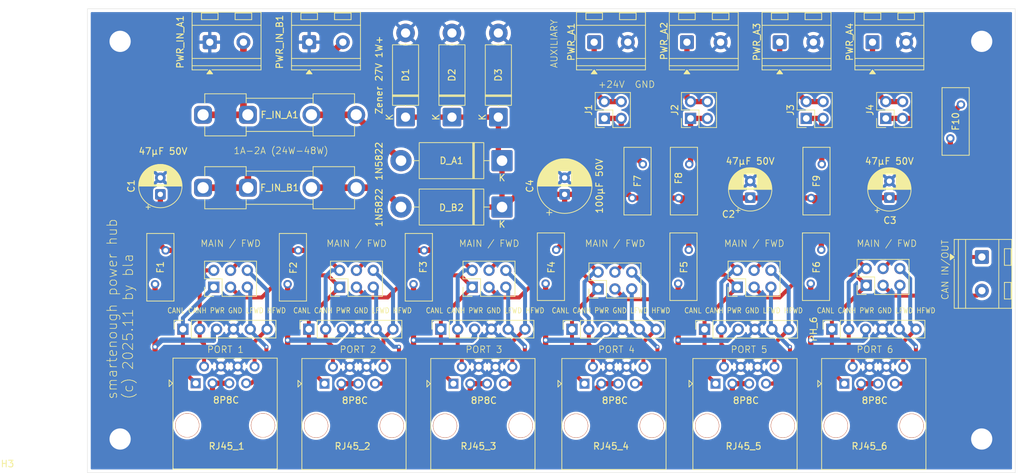
<source format=kicad_pcb>
(kicad_pcb (version 20241229) (generator "pcbnew") (generator_version "9.0")
  (layers (0 "F.Cu" signal) (2 "B.Cu" signal) (13 "F.Paste" user) (15 "B.Paste" user) (5 "F.SilkS" user "F.Silkscreen") (7 "B.SilkS" user "B.Silkscreen") (1 "F.Mask" user) (3 "B.Mask" user) (25 "Edge.Cuts" user))
  (net 0 "")
  (net 1 "/CANRF_1")
  (net 2 "/CANLF_1")
  (net 3 "/CANRF_2")
  (net 4 "/CANLF_2")
  (net 5 "/CANRF_3")
  (net 6 "/CANLF_3")
  (net 7 "/CANLF_4")
  (net 8 "/CANRF_4")
  (net 9 "/CANLF_5")
  (net 10 "/CANRF_5")
  (net 11 "/CANLF_6")
  (net 12 "/CANRF_6")
  (net 13 "+24V")
  (net 14 "GND")
  (net 15 "/IN_A_F")
  (net 16 "/IN_B_F")
  (net 17 "/IN_A")
  (net 18 "/IN_B")
  (net 19 "/PWR_F1")
  (net 20 "/PWR_F2")
  (net 21 "/PWR_F3")
  (net 22 "/CANL_2")
  (net 23 "/CANL_1")
  (net 24 "/CANH_2")
  (net 25 "/CANH_1")
  (net 26 "/CANH_3")
  (net 27 "/CANL_3")
  (net 28 "/CANL_4")
  (net 29 "/CANH_4")
  (net 30 "/CANL_5")
  (net 31 "/CANH_5")
  (net 32 "/CANL_6")
  (net 33 "/CANH_6")
  (net 34 "/PWR_F4")
  (net 35 "/PWR_F5")
  (net 36 "/PWR_F6")
  (net 37 "/OUT_1")
  (net 38 "/OUT_2")
  (net 39 "/OUT3")
  (net 40 "/OUT_4")
  (net 41 "/OUT2_1")
  (net 42 "/OUT2_2")
  (net 43 "/OUT2_3")
  (net 44 "/OUT2_4")
  (net 45 "/CANH_CONT")
  (net 46 "/CANL_CONT")
  (footprint "Connector_PinSocket_2.54mm:PinSocket_1x06_P2.54mm_Vertical" (layer "F.Cu") (at 27.405 64.34 90)
    (property "Reference" "PH_1" (hide yes))
    (property "Value" "Conn_01x06" (hide yes))
  )
  (footprint "Capacitor_THT:CP_Radial_D6.3mm_P2.50mm" (layer "F.Cu") (at 113 44.5 90)
    (property "Reference" "C2")
    (property "Value" "47µF 50V")
  )
  (footprint "TerminalBlock_RND:TerminalBlock_RND_205-00232_1x02_P5.08mm_Horizontal" (layer "F.Cu") (at 89.455 21.0425)
    (property "Reference" "PWR_A1")
    (property "Value" "Screw_Terminal_01x02" (hide yes))
  )
  (footprint "Connector_PinHeader_2.54mm:PinHeader_2x03_P2.54mm_Vertical" (layer "F.Cu") (at 71.05 58.005 90)
    (property "Reference" "CANDIR3" (hide yes))
    (property "Value" "Conn_02x03_Odd_Even" (hide yes))
  )
  (footprint "Fuse:Fuse_BelFuse_0ZRE0016FF_L9.9mm_W3.8mm" (layer "F.Cu") (at 122.2 44.55 90)
    (property "Reference" "F9")
    (property "Value" "Fuse" (hide yes))
  )
  (footprint "MountingHole:MountingHole_3.2mm_M3_Pad" (layer "F.Cu") (at 147.93 80.915)
    (property "Reference" "H4" (hide yes))
    (property "Value" "MountingHole_Pad" (hide yes))
  )
  (footprint "Connector_PinHeader_2.54mm:PinHeader_2x03_P2.54mm_Vertical" (layer "F.Cu") (at 130.51 57.73 90)
    (property "Reference" "CANDIR6" (hide yes))
    (property "Value" "Conn_02x03_Odd_Even" (hide yes))
  )
  (footprint "TerminalBlock_RND:TerminalBlock_RND_205-00232_1x02_P5.08mm_Horizontal" (layer "F.Cu") (at 117.455 21.0425)
    (property "Reference" "PWR_A3")
    (property "Value" "Screw_Terminal_01x02" (hide yes))
  )
  (footprint "Diode_THT:D_5W_P12.70mm_Horizontal" (layer "F.Cu") (at 68 32.35 90)
    (property "Reference" "D2")
    (property "Value" "Zener 27V 1W+" (hide yes))
  )
  (footprint "TerminalBlock_RND:TerminalBlock_RND_205-00232_1x02_P5.08mm_Horizontal" (layer "F.Cu") (at 103.455 21.0425)
    (property "Reference" "PWR_A2")
    (property "Value" "Screw_Terminal_01x02" (hide yes))
  )
  (footprint "Connector_PinHeader_2.54mm:PinHeader_2x02_P2.54mm_Vertical" (layer "F.Cu") (at 133.46 32.54 90)
    (property "Reference" "J4")
    (property "Value" "Conn_02x02_Odd_Even" (hide yes))
  )
  (footprint "Connector_PinSocket_2.54mm:PinSocket_1x06_P2.54mm_Vertical" (layer "F.Cu") (at 86.11 64.365 90)
    (property "Reference" "PH_4" (hide yes))
    (property "Value" "Conn_01x06" (hide yes))
  )
  (footprint "Connector_PinSocket_2.54mm:PinSocket_1x06_P2.54mm_Vertical" (layer "F.Cu") (at 46.405 64.34 90)
    (property "Reference" "PH_2" (hide yes))
    (property "Value" "Conn_01x06" (hide yes))
  )
  (footprint "Capacitor_THT:CP_Radial_D8.0mm_P2.50mm" (layer "F.Cu") (at 85 44 90)
    (property "Reference" "C4")
    (property "Value" "100µF 50V")
  )
  (footprint "Diode_THT:D_DO-201AD_P15.24mm_Horizontal" (layer "F.Cu") (at 75.55 38.915 180)
    (property "Reference" "D_A1")
    (property "Value" "1N5822")
  )
  (footprint "Fuse:Fuseholder_Clip-5x20mm_Keystone_3517_Inline_P23.11x6.76mm_D1.70mm_Horizontal" (layer "F.Cu") (at 30.445 43)
    (property "Reference" "F_IN_B1")
    (property "Value" "Fuse" (hide yes))
  )
  (footprint "Fuse:Fuse_BelFuse_0ZRE0016FF_L9.9mm_W3.8mm" (layer "F.Cu") (at 44.8 52.45 -90)
    (property "Reference" "F2")
    (property "Value" "Fuse" (hide yes))
  )
  (footprint "Fuse:Fuse_BelFuse_0ZRE0016FF_L9.9mm_W3.8mm" (layer "F.Cu") (at 143.2 35.55 90)
    (property "Reference" "F10")
    (property "Value" "Fuse" (hide yes))
  )
  (footprint "Connector_PinSocket_2.54mm:PinSocket_1x06_P2.54mm_Vertical" (layer "F.Cu") (at 66.325 64.34 90)
    (property "Reference" "PH_3" (hide yes))
    (property "Value" "Conn_01x06" (hide yes))
  )
  (footprint "MountingHole:MountingHole_3.2mm_M3_Pad" (layer "F.Cu") (at 147.93 20.915)
    (property "Reference" "H2" (hide yes))
    (property "Value" "MountingHole_Pad" (hide yes))
  )
  (footprint "Connector_PinHeader_2.54mm:PinHeader_2x03_P2.54mm_Vertical" (layer "F.Cu") (at 90.05 58.27 90)
    (property "Reference" "CANDIR4" (hide yes))
    (property "Value" "Conn_02x03_Odd_Even" (hide yes))
  )
  (footprint "Diode_THT:D_DO-201AD_P15.24mm_Horizontal" (layer "F.Cu") (at 75.55 45.915 180)
    (property "Reference" "D_B2")
    (property "Value" "1N5822")
  )
  (footprint "Connector_PinHeader_2.54mm:PinHeader_2x02_P2.54mm_Vertical" (layer "F.Cu") (at 91 32.54 90)
    (property "Reference" "J1")
    (property "Value" "Conn_02x02_Odd_Even" (hide yes))
  )
  (footprint "Connector_RJ:RJ45_OST_PJ012-8P8CX_Vertical" (layer "F.Cu") (at 48.77 72.565)
    (property "Reference" "RJ45_2")
    (property "Value" "8P8C")
  )
  (footprint "Connector_PinHeader_2.54mm:PinHeader_2x02_P2.54mm_Vertical" (layer "F.Cu") (at 121.46 32.54 90)
    (property "Reference" "J3")
    (property "Value" "Conn_02x02_Odd_Even" (hide yes))
  )
  (footprint "Fuse:Fuse_BelFuse_0ZRE0016FF_L9.9mm_W3.8mm" (layer "F.Cu") (at 24.8 52.45 -90)
    (property "Reference" "F1")
    (property "Value" "Fuse" (hide yes))
  )
  (footprint "TerminalBlock_RND:TerminalBlock_RND_205-00232_1x02_P5.08mm_Horizontal" (layer "F.Cu") (at 46.455 21.0425)
    (property "Reference" "PWR_IN_B1")
    (property "Value" "Screw_Terminal_01x02" (hide yes))
  )
  (footprint "TerminalBlock_RND:TerminalBlock_RND_205-00232_1x02_P5.08mm_Horizontal" (layer "F.Cu") (at 31.455 21.0425)
    (property "Reference" "PWR_IN_A1")
    (property "Value" "Screw_Terminal_01x02" (hide yes))
  )
  (footprint "TerminalBlock_RND:TerminalBlock_RND_205-00232_1x02_P5.08mm_Horizontal" (layer "F.Cu") (at 147.9575 53.455 -90)
    (property "Reference" "CAN_CONT1" (hide yes))
    (property "Value" "Screw_Terminal_01x02" (hide yes))
  )
  (footprint "Capacitor_THT:CP_Radial_D6.3mm_P2.50mm" (layer "F.Cu") (at 134 44.5 90)
    (property "Reference" "C3")
    (property "Value" "47µF 50V")
  )
  (footprint "Connector_PinHeader_2.54mm:PinHeader_2x02_P2.54mm_Vertical" (layer "F.Cu") (at 104 32.54 90)
    (property "Reference" "J2")
    (property "Value" "Conn_02x02_Odd_Even" (hide yes))
  )
  (footprint "Connector_PinSocket_2.54mm:PinSocket_1x06_P2.54mm_Vertical" (layer "F.Cu") (at 106.11 64.365 90)
    (property "Reference" "PH_5" (hide yes))
    (property "Value" "Conn_01x06" (hide yes))
  )
  (footprint "Connector_RJ:RJ45_OST_PJ012-8P8CX_Vertical" (layer "F.Cu") (at 107.77 72.565)
    (property "Reference" "RJ45_5")
    (property "Value" "8P8C")
  )
  (footprint "Fuse:Fuse_BelFuse_0ZRE0016FF_L9.9mm_W3.8mm" (layer "F.Cu") (at 103.73 52.365 -90)
    (property "Reference" "F5")
    (property "Value" "Fuse" (hide yes))
  )
  (footprint "Connector_RJ:RJ45_OST_PJ012-8P8CX_Vertical" (layer "F.Cu") (at 29.3275 72.505)
    (property "Reference" "RJ45_1")
    (property "Value" "8P8C")
  )
  (footprint "TerminalBlock_RND:TerminalBlock_RND_205-00232_1x02_P5.08mm_Horizontal" (layer "F.Cu") (at 131.455 21.0425)
    (property "Reference" "PWR_A4")
    (property "Value" "Screw_Terminal_01x02" (hide yes))
  )
  (footprint "Connector_RJ:RJ45_OST_PJ012-8P8CX_Vertical" (layer "F.Cu") (at 87.995 72.565)
    (property "Reference" "RJ45_4")
    (property "Value" "8P8C")
  )
  (footprint "Capacitor_THT:CP_Radial_D6.3mm_P2.50mm" (layer "F.Cu") (at 24 44 90)
    (property "Reference" "C1")
    (property "Value" "47µF 50V")
  )
  (footprint "Connector_PinHeader_2.54mm:PinHeader_2x03_P2.54mm_Vertical" (layer "F.Cu") (at 51.05 58.005 90)
    (property "Reference" "CANDIR2" (hide yes))
    (property "Value" "Conn_02x03_Odd_Even" (hide yes))
  )
  (footprint "Connector_PinHeader_2.54mm:PinHeader_2x03_P2.54mm_Vertical" (layer "F.Cu") (at 111.05 58.005 90)
    (property "Reference" "CANDIR5" (hide yes))
    (property "Value" "Conn_02x03_Odd_Even" (hide yes))
  )
  (footprint "Fuse:Fuse_BelFuse_0ZRE0016FF_L9.9mm_W3.8mm" (layer "F.Cu") (at 123.73 52.365 -90)
    (property "Reference" "F6")
    (property "Value" "Fuse" (hide yes))
  )
  (footprint "Connector_RJ:RJ45_OST_PJ012-8P8CX_Vertical" (layer "F.Cu") (at 68.22 72.565)
    (property "Reference" "RJ45_3")
    (property "Value" "8P8C")
  )
  (footprint "Fuse:Fuse_BelFuse_0ZRE0016FF_L9.9mm_W3.8mm" (layer "F.Cu") (at 63.8 52.45 -90)
    (property "Reference" "F3")
    (property "Value" "Fuse" (hide yes))
  )
  (footprint "Fuse:Fuse_BelFuse_0ZRE0016FF_L9.9mm_W3.8mm" (layer "F.Cu") (at 102.2 44.55 90)
    (property "Reference" "F8")
    (property "Value" "Fuse" (hide yes))
  )
  (footprint "Diode_THT:D_5W_P12.70mm_Horizontal" (layer "F.Cu") (at 75 32.35 90)
    (property "Reference" "D3")
    (property "Value" "ZPY30 (Zener 30V)" (hide yes))
  )
  (footprint "Fuse:Fuseholder_Clip-5x20mm_Keystone_3517_Inline_P23.11x6.76mm_D1.70mm_Horizontal" (layer "F.Cu") (at 30.445 32)
    (property "Reference" "F_IN_A1")
    (property "Value" "Fuse" (hide yes))
  )
  (footprint "MountingHole:MountingHole_3.2mm_M3_Pad" (layer "F.Cu") (at 17.93 80.915)
    (property "Reference" "H3")
    (property "Value" "MountingHole_Pad" (hide yes))
  )
  (footprint "MountingHole:MountingHole_3.2mm_M3_Pad" (layer "F.Cu") (at 17.93 20.915)
    (property "Reference" "H1" (hide yes))
    (property "Value" "MountingHole_Pad" (hide yes))
  )
  (footprint "Connector_PinHeader_2.54mm:PinHeader_2x03_P2.54mm_Vertical" (layer "F.Cu") (at 32.05 58.005 90)
    (property "Reference" "CANDIR1" (hide yes))
    (property "Value" "Conn_02x03_Odd_Even" (hide yes))
  )
  (footprint "Connector_RJ:RJ45_OST_PJ012-8P8CX_Vertical" (layer "F.Cu") (at 127.2 72.565)
    (property "Reference" "RJ45_6")
    (property "Value" "8P8C")
  )
  (footprint "Fuse:Fuse_BelFuse_0ZRE0016FF_L9.9mm_W3.8mm" (layer "F.Cu") (at 95.2 44.55 90)
    (property "Reference" "F7")
    (property "Value" "Fuse" (hide yes))
  )
  (footprint "Connector_PinSocket_2.54mm:PinSocket_1x06_P2.54mm_Vertical" (layer "F.Cu") (at 125.325 64.34 90)
    (property "Reference" "PH_6")
    (property "Value" "Conn_01x06" (hide yes))
  )
  (footprint "Diode_THT:D_5W_P12.70mm_Horizontal" (layer "F.Cu") (at 61 32.35 90)
    (property "Reference" "D1")
    (property "Value" "Zener 27V 1W+")
  )
  (footprint "Fuse:Fuse_BelFuse_0ZRE0016FF_L9.9mm_W3.8mm" (layer "F.Cu") (at 83.73 52.365 -90)
    (property "Reference" "F4")
    (property "Value" "Fuse" (hide yes))
  )
  (gr_rect (start 13 16) (end 153 86) (stroke (width 0.05)) (fill no) (layer "Edge.Cuts"))
  (gr_text "MAIN / FWD" (at 109 52 0) (layer "F.SilkS") (effects (font (size 1 1) (thickness 0.1)) (justify left bottom)))
  (gr_text "CANL CANH PWR GND LFWD HFWD" (at 123 62 0) (layer "F.SilkS") (effects (font (size 0.8 0.7) (thickness 0.1)) (justify left bottom)))
  (gr_text "MAIN / FWD" (at 88 52 0) (layer "F.SilkS") (effects (font (size 1 1) (thickness 0.1)) (justify left bottom)))
  (gr_text "PORT 4" (at 90 68 0) (layer "F.SilkS") (effects (font (size 1 1) (thickness 0.1)) (justify left bottom)))
  (gr_text "CANL CANH PWR GND LFWD HFWD" (at 64 62 0) (layer "F.SilkS") (effects (font (size 0.8 0.7) (thickness 0.1)) (justify left bottom)))
  (gr_text "smartenough power hub\n(c) 2025.11 by bla" (at 20 75 90) (layer "F.SilkS") (effects (font (size 1.5 1.5) (thickness 0.1)) (justify left bottom)))
  (gr_text "AUXILIARY" (at 84 25 90) (layer "F.SilkS") (effects (font (size 1 1) (thickness 0.1)) (justify left bottom)))
  (gr_text "CANL CANH PWR GND LFWD HFWD" (at 25 62 0) (layer "F.SilkS") (effects (font (size 0.8 0.7) (thickness 0.1)) (justify left bottom)))
  (gr_text "1A-2A (24W-48W)" (at 35 38 0) (layer "F.SilkS") (effects (font (size 1 1) (thickness 0.1)) (justify left bottom)))
  (gr_text "MAIN / FWD" (at 49 52 0) (layer "F.SilkS") (effects (font (size 1 1) (thickness 0.1)) (justify left bottom)))
  (gr_text "+24V  GND" (at 90 28 0) (layer "F.SilkS") (effects (font (size 1 1) (thickness 0.1)) (justify left bottom)))
  (gr_text "CANL CANH PWR GND LFWD HFWD" (at 103 62 0) (layer "F.SilkS") (effects (font (size 0.8 0.7) (thickness 0.1)) (justify left bottom)))
  (gr_text "CAN IN/OUT" (at 143 60 90) (layer "F.SilkS") (effects (font (size 1 1) (thickness 0.1)) (justify left bottom)))
  (gr_text "CANL CANH PWR GND LFWD HFWD" (at 83 62 0) (layer "F.SilkS") (effects (font (size 0.8 0.7) (thickness 0.1)) (justify left bottom)))
  (gr_text "PORT 5" (at 110 68 0) (layer "F.SilkS") (effects (font (size 1 1) (thickness 0.1)) (justify left bottom)))
  (gr_text "PORT 6" (at 129 68 0) (layer "F.SilkS") (effects (font (size 1 1) (thickness 0.1)) (justify left bottom)))
  (gr_text "MAIN / FWD" (at 69 52 0) (layer "F.SilkS") (effects (font (size 1 1) (thickness 0.1)) (justify left bottom)))
  (gr_text "PORT 3" (at 70 68 0) (layer "F.SilkS") (effects (font (size 1 1) (thickness 0.1)) (justify left bottom)))
  (gr_text "PORT 2" (at 51 68 0) (layer "F.SilkS") (effects (font (size 1 1) (thickness 0.1)) (justify left bottom)))
  (gr_text "PORT 1" (at 31 68 0) (layer "F.SilkS") (effects (font (size 1 1) (thickness 0.1)) (justify left bottom)))
  (gr_text "MAIN / FWD" (at 129 52 0) (layer "F.SilkS") (effects (font (size 1 1) (thickness 0.1)) (justify left bottom)))
  (gr_text "MAIN / FWD" (at 30 52 0) (layer "F.SilkS") (effects (font (size 1 1) (thickness 0.1)) (justify left bottom)))
  (gr_text "CANL CANH PWR GND LFWD HFWD" (at 44 62 0) (layer "F.SilkS") (effects (font (size 0.8 0.7) (thickness 0.1)) (justify left bottom)))
  (segment (start 38.2175 66.2275) (end 38.2175 69.965) (width 0.6) (layer "F.Cu") (net 1))
  (segment (start 40.105 64.34) (end 38.2175 66.2275) (width 0.6) (layer "F.Cu") (net 1))
  (segment (start 40.105 58.44) (end 40.105 64.34) (width 0.6) (layer "B.Cu") (net 1))
  (segment (start 37.13 55.465) (end 40.105 58.44) (width 0.6) (layer "B.Cu") (net 1))
  (segment (start 40 67) (end 40 70.234524) (width 0.6) (layer "F.Cu") (net 2))
  (segment (start 37.729524 72.505) (end 36.9475 72.505) (width 0.6) (layer "F.Cu") (net 2))
  (segment (start 40 70.234524) (end 37.729524 72.505) (width 0.6) (layer "F.Cu") (net 2))
  (via (at 40 67) (size 0.6) (drill 0.3) (layers "F.Cu" "B.Cu") (net 2))
  (segment (start 37.565 64.34) (end 37.565 64.565) (width 0.6) (layer "B.Cu") (net 2))
  (segment (start 37.565 58.44) (end 37.13 58.005) (width 0.6) (layer "B.Cu") (net 2))
  (segment (start 37.565 64.565) (end 40 67) (width 0.6) (layer "B.Cu") (net 2))
  (segment (start 37.565 64.34) (end 37.565 58.44) (width 0.6) (layer "B.Cu") (net 2))
  (segment (start 57.66 65.785) (end 59.105 64.34) (width 0.6) (layer "F.Cu") (net 3))
  (segment (start 57.66 70.025) (end 57.66 65.785) (width 0.6) (layer "F.Cu") (net 3))
  (segment (start 59.105 58.44) (end 59.105 64.34) (width 0.6) (layer "B.Cu") (net 3))
  (segment (start 56.13 55.465) (end 59.105 58.44) (width 0.6) (layer "B.Cu") (net 3))
  (segment (start 60 70.01566) (end 60 67) (width 0.6) (layer "F.Cu") (net 4))
  (segment (start 57.45066 72.565) (end 60 70.01566) (width 0.6) (layer "F.Cu") (net 4))
  (segment (start 56.39 72.565) (end 57.45066 72.565) (width 0.6) (layer "F.Cu") (net 4))
  (via (at 60 67) (size 0.6) (drill 0.3) (layers "F.Cu" "B.Cu") (net 4))
  (segment (start 56.565 58.44) (end 56.13 58.005) (width 0.6) (layer "B.Cu") (net 4))
  (segment (start 60 67) (end 59.225 67) (width 0.6) (layer "B.Cu") (net 4))
  (segment (start 56.565 64.34) (end 56.565 58.44) (width 0.6) (layer "B.Cu") (net 4))
  (segment (start 59.225 67) (end 56.565 64.34) (width 0.6) (layer "B.Cu") (net 4))
  (segment (start 77.11 70.025) (end 77.11 66.255) (width 0.6) (layer "F.Cu") (net 5))
  (segment (start 77.11 66.255) (end 79.025 64.34) (width 0.6) (layer "F.Cu") (net 5))
  (segment (start 79.025 58.36) (end 79.025 64.34) (width 0.6) (layer "B.Cu") (net 5))
  (segment (start 76.13 55.465) (end 79.025 58.36) (width 0.6) (layer "B.Cu") (net 5))
  (segment (start 79 70.46566) (end 79 67) (width 0.6) (layer "F.Cu") (net 6))
  (segment (start 76.90066 72.565) (end 79 70.46566) (width 0.6) (layer "F.Cu") (net 6))
  (segment (start 75.84 72.565) (end 76.90066 72.565) (width 0.6) (layer "F.Cu") (net 6))
  (via (at 79 67) (size 0.6) (drill 0.3) (layers "F.Cu" "B.Cu") (net 6))
  (segment (start 79 67) (end 79 66.855) (width 0.6) (layer "B.Cu") (net 6))
  (segment (start 76.485 58.36) (end 76.13 58.005) (width 0.6) (layer "B.Cu") (net 6))
  (segment (start 79 66.855) (end 76.485 64.34) (width 0.6) (layer "B.Cu") (net 6))
  (segment (start 76.485 64.34) (end 76.485 58.36) (width 0.6) (layer "B.Cu") (net 6))
  (segment (start 99 67) (end 99 70.24066) (width 0.6) (layer "F.Cu") (net 7))
  (segment (start 99 70.24066) (end 96.67566 72.565) (width 0.6) (layer "F.Cu") (net 7))
  (segment (start 96.67566 72.565) (end 95.615 72.565) (width 0.6) (layer "F.Cu") (net 7))
  (via (at 99 67) (size 0.6) (drill 0.3) (layers "F.Cu" "B.Cu") (net 7))
  (segment (start 99 67) (end 98.905 67) (width 0.6) (layer "B.Cu") (net 7))
  (segment (start 98.905 67) (end 96.27 64.365) (width 0.6) (layer "B.Cu") (net 7))
  (segment (start 95.13 63.225) (end 95.13 58.27) (width 0.6) (layer "B.Cu") (net 7))
  (segment (start 96.27 64.365) (end 95.13 63.225) (width 0.6) (layer "B.Cu") (net 7))
  (segment (start 96.885 66.29) (end 98.81 64.365) (width 0.6) (layer "F.Cu") (net 8))
  (segment (start 96.885 70.025) (end 96.885 66.29) (width 0.6) (layer "F.Cu") (net 8))
  (segment (start 95.13 55.73) (end 97 57.6) (width 0.6) (layer "B.Cu") (net 8))
  (segment (start 97 62.555) (end 98.81 64.365) (width 0.6) (layer "B.Cu") (net 8))
  (segment (start 97 57.6) (end 97 62.555) (width 0.6) (layer "B.Cu") (net 8))
  (segment (start 119 70.01566) (end 119 67) (width 0.6) (layer "F.Cu") (net 9))
  (segment (start 116.45066 72.565) (end 119 70.01566) (width 0.6) (layer "F.Cu") (net 9))
  (segment (start 115.39 72.565) (end 116.45066 72.565) (width 0.6) (layer "F.Cu") (net 9))
  (via (at 119 67) (size 0.6) (drill 0.3) (layers "F.Cu" "B.Cu") (net 9))
  (segment (start 118.905 67) (end 116.27 64.365) (width 0.6) (layer "B.Cu") (net 9))
  (segment (start 116.13 58.005) (end 116.13 64.225) (width 0.6) (layer "B.Cu") (net 9))
  (segment (start 119 67) (end 118.905 67) (width 0.6) (layer "B.Cu") (net 9))
  (segment (start 116.13 64.225) (end 116.27 64.365) (width 0.6) (layer "B.Cu") (net 9))
  (segment (start 116.66 66.515) (end 118.81 64.365) (width 0.6) (layer "F.Cu") (net 10))
  (segment (start 116.66 70.025) (end 116.66 66.515) (width 0.6) (layer "F.Cu") (net 10))
  (segment (start 116.13 55.465) (end 118.81 58.145) (width 0.6) (layer "B.Cu") (net 10))
  (segment (start 118.81 58.145) (end 118.81 64.365) (width 0.6) (layer "B.Cu") (net 10))
  (segment (start 138 70.44566) (end 138 67) (width 0.6) (layer "F.Cu") (net 11))
  (segment (start 135.88066 72.565) (end 138 70.44566) (width 0.6) (layer "F.Cu") (net 11))
  (segment (start 134.82 72.565) (end 135.88066 72.565) (width 0.6) (layer "F.Cu") (net 11))
  (via (at 138 67) (size 0.6) (drill 0.3) (layers "F.Cu" "B.Cu") (net 11))
  (segment (start 138 67) (end 138 66.855) (width 0.6) (layer "B.Cu") (net 11))
  (segment (start 135.485 57.835) (end 135.59 57.73) (width 0.6) (layer "B.Cu") (net 11))
  (segment (start 135.485 64.34) (end 135.485 57.835) (width 0.6) (layer "B.Cu") (net 11))
  (segment (start 138 66.855) (end 135.485 64.34) (width 0.6) (layer "B.Cu") (net 11))
  (segment (start 136.09 70.025) (end 136.09 66.275) (width 0.6) (layer "F.Cu") (net 12))
  (segment (start 136.09 66.275) (end 138.025 64.34) (width 0.6) (layer "F.Cu") (net 12))
  (segment (start 135.59 55.19) (end 137.141 56.741) (width 0.6) (layer "B.Cu") (net 12))
  (segment (start 137.141 56.741) (end 137.141 63.456) (width 0.6) (layer "B.Cu") (net 12))
  (segment (start 137.141 63.456) (end 138.025 64.34) (width 0.6) (layer "B.Cu") (net 12))
  (segment (start 68 32.35) (end 75 32.35) (width 0.8) (layer "F.Cu") (net 13))
  (segment (start 112.95 44.55) (end 113 44.5) (width 0.8) (layer "F.Cu") (net 13))
  (segment (start 102.2 44.55) (end 112.95 44.55) (width 0.8) (layer "F.Cu") (net 13))
  (segment (start 75.55 38.915) (end 75.55 45.915) (width 0.8) (layer "F.Cu") (net 13))
  (segment (start 94.65 44) (end 95.2 44.55) (width 0.8) (layer "F.Cu") (net 13))
  (segment (start 24 44) (end 24 51.65) (width 0.8) (layer "F.Cu") (net 13))
  (segment (start 85 44) (end 94.65 44) (width 0.8) (layer "F.Cu") (net 13))
  (segment (start 122.2 44.55) (end 122.55 44.55) (width 0.8) (layer "F.Cu") (net 13))
  (segment (start 63.8 52.45) (end 64.55 52.45) (width 0.8) (layer "F.Cu") (net 13))
  (segment (start 24 51.65) (end 24.8 52.45) (width 0.8) (layer "F.Cu") (net 13))
  (segment (start 61 32.35) (end 68 32.35) (width 0.8) (layer "F.Cu") (net 13))
  (segment (start 122.6 44.5) (end 134 44.5) (width 0.8) (layer "F.Cu") (net 13))
  (segment (start 24.8 52.45) (end 44.8 52.45) (width 0.8) (layer "F.Cu") (net 13))
  (segment (start 64.55 52.45) (end 71.085 45.915) (width 0.8) (layer "F.Cu") (net 13))
  (segment (start 143.2 40.8) (end 143.2 35.55) (width 0.8) (layer "F.Cu") (net 13))
  (segment (start 123.73 46.08) (end 123.73 52.365) (width 0.8) (layer "F.Cu") (net 13))
  (segment (start 77.83 44) (end 85 44) (width 0.8) (layer "F.Cu") (net 13))
  (segment (start 85 51.095) (end 83.73 52.365) (width 0.8) (layer "F.Cu") (net 13))
  (segment (start 44.8 52.45) (end 63.8 52.45) (width 0.8) (layer "F.Cu") (net 13))
  (segment (start 134 44.5) (end 139.5 44.5) (width 0.8) (layer "F.Cu") (net 13))
  (segment (start 75 38.365) (end 75.55 38.915) (width 0.8) (layer "F.Cu") (net 13))
  (segment (start 103.73 46.08) (end 103.73 52.365) (width 0.8) (layer "F.Cu") (net 13))
  (segment (start 139.5 44.5) (end 143.2 40.8) (width 0.8) (layer "F.Cu") (net 13))
  (segment (start 75.55 45.915) (end 75.915 45.915) (width 0.8) (layer "F.Cu") (net 13))
  (segment (start 71.085 45.915) (end 75.55 45.915) (width 0.8) (layer "F.Cu") (net 13))
  (segment (start 75.915 45.915) (end 77.83 44) (width 0.8) (layer "F.Cu") (net 13))
  (segment (start 75 32.35) (end 75 38.365) (width 0.8) (layer "F.Cu") (net 13))
  (segment (start 85 44) (end 85 51.095) (width 0.8) (layer "F.Cu") (net 13))
  (segment (start 122.55 44.55) (end 122.6 44.5) (width 0.8) (layer "F.Cu") (net 13))
  (segment (start 122.2 44.55) (end 123.73 46.08) (width 0.8) (layer "F.Cu") (net 13))
  (segment (start 102.2 44.55) (end 122.2 44.55) (width 0.8) (layer "F.Cu") (net 13))
  (segment (start 95.2 44.55) (end 102.2 44.55) (width 0.8) (layer "F.Cu") (net 13))
  (segment (start 102.2 44.55) (end 103.73 46.08) (width 0.8) (layer "F.Cu") (net 13))
  (segment (start 53.555 32.16) (end 60.31 38.915) (width 1) (layer "F.Cu") (net 15))
  (segment (start 46.795 32) (end 53.555 32) (width 1) (layer "F.Cu") (net 15))
  (segment (start 53.555 32) (end 53.555 32.16) (width 1) (layer "F.Cu") (net 15))
  (segment (start 46.795 43) (end 53.555 43) (width 1) (layer "F.Cu") (net 16))
  (segment (start 53.555 43) (end 57.395 43) (width 1) (layer "F.Cu") (net 16))
  (segment (start 57.395 43) (end 60.31 45.915) (width 1) (layer "F.Cu") (net 16))
  (segment (start 36.535 21.0425) (end 36.535 31.33) (width 1) (layer "F.Cu") (net 17))
  (segment (start 30.445 32) (end 37.205 32) (width 1) (layer "F.Cu") (net 17))
  (segment (start 36.535 31.33) (end 37.205 32) (width 1) (layer "F.Cu") (net 17))
  (segment (start 37.205 43) (end 37.205 39.795) (width 1) (layer "F.Cu") (net 18))
  (segment (start 30.445 43) (end 37.205 43) (width 1) (layer "F.Cu") (net 18))
  (segment (start 42 30.5775) (end 51.535 21.0425) (width 1) (layer "F.Cu") (net 18))
  (segment (start 42 35) (end 42 30.5775) (width 1) (layer "F.Cu") (net 18))
  (segment (start 37.205 39.795) (end 42 35) (width 1) (layer "F.Cu") (net 18))
  (segment (start 31 75) (end 31.8675 74.1325) (width 0.8) (layer "F.Cu") (net 19))
  (segment (start 27 75) (end 31 75) (width 0.8) (layer "F.Cu") (net 19))
  (segment (start 34.4075 72.505) (end 31.8675 72.505) (width 0.8) (layer "F.Cu") (net 19))
  (segment (start 23.2 57.55) (end 23.2 71.2) (width 0.8) (layer "F.Cu") (net 19))
  (segment (start 31.8675 74.1325) (end 31.8675 72.505) (width 0.8) (layer "F.Cu") (net 19))
  (segment (start 23.2 71.2) (end 27 75) (width 0.8) (layer "F.Cu") (net 19))
  (via (at 23.2 67) (size 0.8) (drill 0.5) (layers "F.Cu" "B.Cu") (net 19))
  (segment (start 23.2 67) (end 24.2 66) (width 0.8) (layer "B.Cu") (net 19))
  (segment (start 32 66) (end 32 64.825) (width 0.8) (layer "B.Cu") (net 19))
  (segment (start 32 64.825) (end 32.485 64.34) (width 0.8) (layer "B.Cu") (net 19))
  (segment (start 24.2 66) (end 32 66) (width 0.8) (layer "B.Cu") (net 19))
  (segment (start 46 75) (end 51 75) (width 0.8) (layer "F.Cu") (net 20))
  (segment (start 43.2 72.2) (end 46 75) (width 0.8) (layer "F.Cu") (net 20))
  (segment (start 43.2 57.55) (end 43.2 72.2) (width 0.8) (layer "F.Cu") (net 20))
  (segment (start 51.31 72.565) (end 53.85 72.565) (width 0.8) (layer "F.Cu") (net 20))
  (segment (start 51.31 74.69) (end 51.31 72.565) (width 0.8) (layer "F.Cu") (net 20))
  (segment (start 51 75) (end 51.31 74.69) (width 0.8) (layer "F.Cu") (net 20))
  (via (at 43.2 66) (size 0.8) (drill 0.5) (layers "F.Cu" "B.Cu") (net 20))
  (segment (start 50.485 66) (end 51.485 65) (width 0.8) (layer "B.Cu") (net 20))
  (segment (start 51.485 65) (end 51.485 64.34) (width 0.8) (layer "B.Cu") (net 20))
  (segment (start 43.2 66) (end 50.485 66) (width 0.8) (layer "B.Cu") (net 20))
  (segment (start 62.2 72.2) (end 65 75) (width 0.8) (layer "F.Cu") (net 21))
  (segment (start 65 75) (end 70 75) (width 0.8) (layer "F.Cu") (net 21))
  (segment (start 62.2 57.55) (end 62.2 72.2) (width 0.8) (layer "F.Cu") (net 21))
  (segment (start 70.76 72.565) (end 73.3 72.565) (width 0.8) (layer "F.Cu") (net 21))
  (segment (start 70 75) (end 70.76 74.24) (width 0.8) (layer "F.Cu") (net 21))
  (segment (start 70.76 74.24) (end 70.76 72.565) (width 0.8) (layer "F.Cu") (net 21))
  (via (at 62.2 66) (size 0.8) (drill 0.5) (layers "F.Cu" "B.Cu") (net 21))
  (segment (start 71.405 65.595) (end 71.405 64.34) (width 0.8) (layer "B.Cu") (net 21))
  (segment (start 62.2 66) (end 71 66) (width 0.8) (layer "B.Cu") (net 21))
  (segment (start 71 66) (end 71.405 65.595) (width 0.8) (layer "B.Cu") (net 21))
  (segment (start 36.141 59.556) (end 39.30461 59.556) (width 0.6) (layer "F.Cu") (net 22))
  (segment (start 46.405 64.34) (end 46.405 62.65) (width 0.6) (layer "F.Cu") (net 22))
  (segment (start 46.405 64.34) (end 46.405 70.2) (width 0.6) (layer "F.Cu") (net 22))
  (segment (start 46.405 70.2) (end 48.77 72.565) (width 0.6) (layer "F.Cu") (net 22))
  (segment (start 49.259 56.214) (end 51.05 58.005) (width 0.6) (layer "F.Cu") (net 22))
  (segment (start 46.405 62.65) (end 51.05 58.005) (width 0.6) (layer "F.Cu") (net 22))
  (segment (start 39.30461 59.556) (end 42.64661 56.214) (width 0.6) (layer "F.Cu") (net 22))
  (segment (start 34.59 58.005) (end 36.141 59.556) (width 0.6) (layer "F.Cu") (net 22))
  (segment (start 42.64661 56.214) (end 49.259 56.214) (width 0.6) (layer "F.Cu") (net 22))
  (segment (start 29.3275 72.505) (end 27.405 70.5825) (width 0.6) (layer "F.Cu") (net 23))
  (segment (start 27.405 70.5825) (end 27.405 64.34) (width 0.6) (layer "F.Cu") (net 23))
  (segment (start 32.045 58) (end 32.05 58.005) (width 0.6) (layer "B.Cu") (net 23))
  (segment (start 27.405 64.34) (end 27.405 62.65) (width 0.6) (layer "B.Cu") (net 23))
  (segment (start 27.405 62.65) (end 32.05 58.005) (width 0.6) (layer "B.Cu") (net 23))
  (segment (start 49.499 53.914) (end 51.05 55.465) (width 0.6) (layer "F.Cu") (net 24))
  (segment (start 50.04 67.04) (end 48.945 65.945) (width 0.6) (layer "F.Cu") (net 24))
  (segment (start 48.945 65.945) (end 48.945 64.34) (width 0.6) (layer "F.Cu") (net 24))
  (segment (start 34.59 55.465) (end 36.141 53.914) (width 0.6) (layer "F.Cu") (net 24))
  (segment (start 36.141 53.914) (end 49.499 53.914) (width 0.6) (layer "F.Cu") (net 24))
  (segment (start 50.04 70.025) (end 50.04 67.04) (width 0.6) (layer "F.Cu") (net 24))
  (segment (start 48.945 64.34) (end 48.945 56.367919) (width 0.6) (layer "B.Cu") (net 24))
  (segment (start 49.847919 55.465) (end 51.05 55.465) (width 0.6) (layer "B.Cu") (net 24))
  (segment (start 48.945 56.367919) (end 49.847919 55.465) (width 0.6) (layer "B.Cu") (net 24))
  (segment (start 30.5975 66.5975) (end 29.945 65.945) (width 0.6) (layer "F.Cu") (net 25))
  (segment (start 30.5975 69.965) (end 30.5975 66.5975) (width 0.6) (layer "F.Cu") (net 25))
  (segment (start 30.847919 55.465) (end 32.05 55.465) (width 0.6) (layer "F.Cu") (net 25))
  (segment (start 29.945 56.367919) (end 30.847919 55.465) (width 0.6) (layer "F.Cu") (net 25))
  (segment (start 29.945 65.945) (end 29.945 64.34) (width 0.6) (layer "F.Cu") (net 25))
  (segment (start 29.945 64.34) (end 29.945 56.367919) (width 0.6) (layer "F.Cu") (net 25))
  (segment (start 68.865 66.865) (end 68.865 64.34) (width 0.6) (layer "F.Cu") (net 26))
  (segment (start 55.141 53.914) (end 69.499 53.914) (width 0.6) (layer "F.Cu") (net 26))
  (segment (start 69.49 67.49) (end 68.865 66.865) (width 0.6) (layer "F.Cu") (net 26))
  (segment (start 53.59 55.465) (end 55.141 53.914) (width 0.6) (layer "F.Cu") (net 26))
  (segment (start 69.49 70.025) (end 69.49 67.49) (width 0.6) (layer "F.Cu") (net 26))
  (segment (start 69.499 53.914) (end 71.05 55.465) (width 0.6) (layer "F.Cu") (net 26))
  (segment (start 68.865 64.34) (end 68.865 56.447919) (width 0.6) (layer "B.Cu") (net 26))
  (segment (start 69.847919 55.465) (end 71.05 55.465) (width 0.6) (layer "B.Cu") (net 26))
  (segment (start 68.865 56.447919) (end 69.847919 55.465) (width 0.6) (layer "B.Cu") (net 26))
  (segment (start 66.325 62.73) (end 71.05 58.005) (width 0.6) (layer "F.Cu") (net 27))
  (segment (start 66.325 70.67) (end 68.22 72.565) (width 0.6) (layer "F.Cu") (net 27))
  (segment (start 53.59 58.005) (end 55.141 59.556) (width 0.6) (layer "F.Cu") (net 27))
  (segment (start 69.259 56.214) (end 71.05 58.005) (width 0.6) (layer "F.Cu") (net 27))
  (segment (start 66.325 64.34) (end 66.325 70.67) (width 0.6) (layer "F.Cu") (net 27))
  (segment (start 66.325 64.34) (end 66.325 62.73) (width 0.6) (layer "F.Cu") (net 27))
  (segment (start 58.30461 59.556) (end 61.64661 56.214) (width 0.6) (layer "F.Cu") (net 27))
  (segment (start 55.141 59.556) (end 58.30461 59.556) (width 0.6) (layer "F.Cu") (net 27))
  (segment (start 61.64661 56.214) (end 69.259 56.214) (width 0.6) (layer "F.Cu") (net 27))
  (segment (start 75.141 59.556) (end 78.14961 59.556) (width 0.6) (layer "F.Cu") (net 28))
  (segment (start 86.11 64.365) (end 86.11 70.68) (width 0.6) (layer "F.Cu") (net 28))
  (segment (start 86.11 64.365) (end 86.11 62.21) (width 0.6) (layer "F.Cu") (net 28))
  (segment (start 78.14961 59.556) (end 81.57661 56.129) (width 0.6) (layer "F.Cu") (net 28))
  (segment (start 73.59 58.005) (end 75.141 59.556) (width 0.6) (layer "F.Cu") (net 28))
  (segment (start 81.57661 56.129) (end 87.909 56.129) (width 0.6) (layer "F.Cu") (net 28))
  (segment (start 86.11 70.68) (end 87.995 72.565) (width 0.6) (layer "F.Cu") (net 28))
  (segment (start 86.11 62.21) (end 90.05 58.27) (width 0.6) (layer "F.Cu") (net 28))
  (segment (start 87.909 56.129) (end 90.05 58.27) (width 0.6) (layer "F.Cu") (net 28))
  (segment (start 73.59 55.465) (end 75.141 53.914) (width 0.6) (layer "F.Cu") (net 29))
  (segment (start 75.141 53.914) (end 88.234 53.914) (width 0.6) (layer "F.Cu") (net 29))
  (segment (start 88.65 66.65) (end 88.65 64.365) (width 0.6) (layer "F.Cu") (net 29))
  (segment (start 89.265 70.025) (end 89.265 67.265) (width 0.6) (layer "F.Cu") (net 29))
  (segment (start 88.234 53.914) (end 90.05 55.73) (width 0.6) (layer "F.Cu") (net 29))
  (segment (start 89.265 67.265) (end 88.65 66.65) (width 0.6) (layer "F.Cu") (net 29))
  (segment (start 89.488 55.73) (end 90.05 55.73) (width 0.6) (layer "B.Cu") (net 29))
  (segment (start 88.65 64.365) (end 88.65 62.65) (width 0.6) (layer "B.Cu") (net 29))
  (segment (start 88 57.218) (end 89.488 55.73) (width 0.6) (layer "B.Cu") (net 29))
  (segment (start 88 62) (end 88 57.218) (width 0.6) (layer "B.Cu") (net 29))
  (segment (start 88.65 62.65) (end 88 62) (width 0.6) (layer "B.Cu") (net 29))
  (segment (start 106.11 62.945) (end 111.05 58.005) (width 0.6) (layer "F.Cu") (net 30))
  (segment (start 97.88461 59.821) (end 101.57661 56.129) (width 0.6) (layer "F.Cu") (net 30))
  (segment (start 92.59 58.27) (end 94.141 59.821) (width 0.6) (layer "F.Cu") (net 30))
  (segment (start 106.11 64.365) (end 106.11 70.905) (width 0.6) (layer "F.Cu") (net 30))
  (segment (start 109.174 56.129) (end 111.05 58.005) (width 0.6) (layer "F.Cu") (net 30))
  (segment (start 94.141 59.821) (end 97.88461 59.821) (width 0.6) (layer "F.Cu") (net 30))
  (segment (start 106.11 64.365) (end 106.11 62.945) (width 0.6) (layer "F.Cu") (net 30))
  (segment (start 101.57661 56.129) (end 109.174 56.129) (width 0.6) (layer "F.Cu") (net 30))
  (segment (start 106.11 70.905) (end 107.77 72.565) (width 0.6) (layer "F.Cu") (net 30))
  (segment (start 92.59 55.73) (end 94.141 54.179) (width 0.6) (layer "F.Cu") (net 31))
  (segment (start 108.65 66.65) (end 108.65 64.365) (width 0.6) (layer "F.Cu") (net 31))
  (segment (start 109.04 67.04) (end 108.65 66.65) (width 0.6) (layer "F.Cu") (net 31))
  (segment (start 109.04 70.025) (end 109.04 67.04) (width 0.6) (layer "F.Cu") (net 31))
  (segment (start 94.141 54.179) (end 109.764 54.179) (width 0.6) (layer "F.Cu") (net 31))
  (segment (start 109.764 54.179) (end 111.05 55.465) (width 0.6) (layer "F.Cu") (net 31))
  (segment (start 110.488 55.465) (end 111.05 55.465) (width 0.6) (layer "B.Cu") (net 31))
  (segment (start 108.65 64.365) (end 108.65 57.303) (width 0.6) (layer "B.Cu") (net 31))
  (segment (start 108.65 57.303) (end 110.488 55.465) (width 0.6) (layer "B.Cu") (net 31))
  (segment (start 117.444 59.556) (end 120.871 56.129) (width 0.6) (layer "F.Cu") (net 32))
  (segment (start 125.325 70.69) (end 127.2 72.565) (width 0.6) (layer "F.Cu") (net 32))
  (segment (start 125.325 64.34) (end 125.325 70.69) (width 0.6) (layer "F.Cu") (net 32))
  (segment (start 115.141 59.556) (end 117.444 59.556) (width 0.6) (layer "F.Cu") (net 32))
  (segment (start 125.325 64.34) (end 125.325 62.915) (width 0.6) (layer "F.Cu") (net 32))
  (segment (start 113.59 58.005) (end 115.141 59.556) (width 0.6) (layer "F.Cu") (net 32))
  (segment (start 128.909 56.129) (end 130.51 57.73) (width 0.6) (layer "F.Cu") (net 32))
  (segment (start 120.871 56.129) (end 128.909 56.129) (width 0.6) (layer "F.Cu") (net 32))
  (segment (start 125.325 62.915) (end 130.51 57.73) (width 0.6) (layer "F.Cu") (net 32))
  (segment (start 127.865 66.865) (end 127.865 64.34) (width 0.6) (layer "F.Cu") (net 33))
  (segment (start 128.47 70.025) (end 128.47 67.47) (width 0.6) (layer "F.Cu") (net 33))
  (segment (start 128.47 67.47) (end 127.865 66.865) (width 0.6) (layer "F.Cu") (net 33))
  (segment (start 113.59 55.465) (end 115.141 53.914) (width 0.6) (layer "F.Cu") (net 33))
  (segment (start 115.141 53.914) (end 129.234 53.914) (width 0.6) (layer "F.Cu") (net 33))
  (segment (start 129.234 53.914) (end 130.51 55.19) (width 0.6) (layer "F.Cu") (net 33))
  (segment (start 127.865 64.34) (end 127.865 57.273) (width 0.6) (layer "B.Cu") (net 33))
  (segment (start 127.865 57.273) (end 129.948 55.19) (width 0.6) (layer "B.Cu") (net 33))
  (segment (start 129.948 55.19) (end 130.51 55.19) (width 0.6) (layer "B.Cu") (net 33))
  (segment (start 82.13 70.13) (end 87 75) (width 0.8) (layer "F.Cu") (net 34))
  (segment (start 87 75) (end 90 75) (width 0.8) (layer "F.Cu") (net 34))
  (segment (start 90 75) (end 90 73.1) (width 0.8) (layer "F.Cu") (net 34))
  (segment (start 90 73.1) (end 90.535 72.565) (width 0.8) (layer "F.Cu") (net 34))
  (segment (start 90.535 72.565) (end 93.075 72.565) (width 0.8) (layer "F.Cu") (net 34))
  (segment (start 82.13 57.465) (end 82.13 70.13) (width 0.8) (layer "F.Cu") (net 34))
  (via (at 82.13 66) (size 0.8) (drill 0.5) (layers "F.Cu" "B.Cu") (net 34))
  (segment (start 89.539 66.016) (end 91.19 64.365) (width 0.8) (layer "B.Cu") (net 34))
  (segment (start 82.13 66) (end 82.146 66.016) (width 0.8) (layer "B.Cu") (net 34))
  (segment (start 82.146 66.016) (end 89.539 66.016) (width 0.8) (layer "B.Cu") (net 34))
  (segment (start 110.31 73.69) (end 110.31 72.565) (width 0.8) (layer "F.Cu") (net 35))
  (segment (start 109 75) (end 110.31 73.69) (width 0.8) (layer "F.Cu") (net 35))
  (segment (start 102.13 71.13) (end 106 75) (width 0.8) (layer "F.Cu") (net 35))
  (segment (start 102.13 57.465) (end 102.13 71.13) (width 0.8) (layer "F.Cu") (net 35))
  (segment (start 106 75) (end 109 75) (width 0.8) (layer "F.Cu") (net 35))
  (segment (start 110.31 72.565) (end 112.85 72.565) (width 0.8) (layer "F.Cu") (net 35))
  (via (at 102.13 66) (size 0.8) (drill 0.5) (layers "F.Cu" "B.Cu") (net 35))
  (segment (start 102.146 66.016) (end 109.539 66.016) (width 0.8) (layer "B.Cu") (net 35))
  (segment (start 109.539 66.016) (end 111.19 64.365) (width 0.8) (layer "B.Cu") (net 35))
  (segment (start 102.13 66) (end 102.146 66.016) (width 0.8) (layer "B.Cu") (net 35))
  (segment (start 122.13 72.13) (end 125 75) (width 0.8) (layer "F.Cu") (net 36))
  (segment (start 129.74 73.26) (end 129.74 72.565) (width 0.8) (layer "F.Cu") (net 36))
  (segment (start 128 75) (end 129.74 73.26) (width 0.8) (layer "F.Cu") (net 36))
  (segment (start 122.13 57.465) (end 122.13 72.13) (width 0.8) (layer "F.Cu") (net 36))
  (segment (start 125 75) (end 128 75) (width 0.8) (layer "F.Cu") (net 36))
  (segment (start 129.74 72.565) (end 132.28 72.565) (width 0.8) (layer "F.Cu") (net 36))
  (via (at 122.13 66) (size 0.8) (drill 0.5) (layers "F.Cu" "B.Cu") (net 36))
  (segment (start 122.13 66) (end 130 66) (width 0.8) (layer "B.Cu") (net 36))
  (segment (start 130 66) (end 130.405 65.595) (width 0.8) (layer "B.Cu") (net 36))
  (segment (start 130.405 65.595) (end 130.405 64.34) (width 0.8) (layer "B.Cu") (net 36))
  (segment (start 93.54 36.19) (end 93.54 32.54) (width 0.8) (layer "F.Cu") (net 37))
  (segment (start 91 32.54) (end 93.54 32.54) (width 0.8) (layer "F.Cu") (net 37))
  (segment (start 96.8 39.45) (end 93.54 36.19) (width 0.8) (layer "F.Cu") (net 37))
  (segment (start 104 32.54) (end 106.54 32.54) (width 0.8) (layer "F.Cu") (net 38))
  (segment (start 104 32.54) (end 104 39.25) (width 0.8) (layer "F.Cu") (net 38))
  (segment (start 104 39.25) (end 103.8 39.45) (width 0.8) (layer "F.Cu") (net 38))
  (segment (start 121.46 32.54) (end 124 32.54) (width 0.8) (layer "F.Cu") (net 39))
  (segment (start 123.8 32.74) (end 124 32.54) (width 0.8) (layer "F.Cu") (net 39))
  (segment (start 123.8 39.45) (end 123.8 32.74) (width 0.8) (layer "F.Cu") (net 39))
  (segment (start 144.8 30.45) (end 142.71 32.54) (width 0.8) (layer "F.Cu") (net 40))
  (segment (start 133.46 32.54) (end 136 32.54) (width 0.8) (layer "F.Cu") (net 40))
  (segment (start 142.71 32.54) (end 136 32.54) (width 0.8) (layer "F.Cu") (net 40))
  (segment (start 91 30) (end 93.54 30) (width 0.8) (layer "F.Cu") (net 41))
  (segment (start 89.455 28.455) (end 91 30) (width 0.8) (layer "F.Cu") (net 41))
  (segment (start 89.455 21.0425) (end 89.455 28.455) (width 0.8) (layer "F.Cu") (net 41))
  (segment (start 104 30) (end 106.54 30) (width 0.8) (layer "F.Cu") (net 42))
  (segment (start 103.455 21.0425) (end 103.455 29.455) (width 0.8) (layer "F.Cu") (net 42))
  (segment (start 103.455 29.455) (end 104 30) (width 0.8) (layer "F.Cu") (net 42))
  (segment (start 117.455 25.995) (end 121.46 30) (width 0.8) (layer "F.Cu") (net 43))
  (segment (start 117.455 21.0425) (end 117.455 25.995) (width 0.8) (layer "F.Cu") (net 43))
  (segment (start 121.46 30) (end 124 30) (width 0.8) (layer "F.Cu") (net 43))
  (segment (start 131.455 21.0425) (end 131.455 27.995) (width 0.8) (layer "F.Cu") (net 44))
  (segment (start 133.46 30) (end 136 30) (width 0.8) (layer "F.Cu") (net 44))
  (segment (start 131.455 27.995) (end 133.46 30) (width 0.8) (layer "F.Cu") (net 44))
  (segment (start 133.05 55.19) (end 134.785 53.455) (width 0.6) (layer "F.Cu") (net 45))
  (segment (start 134.785 53.455) (end 147.9575 53.455) (width 0.6) (layer "F.Cu") (net 45))
  (segment (start 133.05 57.73) (end 134.601 59.281) (width 0.6) (layer "F.Cu") (net 46))
  (segment (start 134.601 59.281) (end 147.2115 59.281) (width 0.6) (layer "F.Cu") (net 46))
  (segment (start 147.2115 59.281) (end 147.9575 58.535) (width 0.6) (layer "F.Cu") (net 46))
  (zone (net 14) (net_name "GND") (layer "B.Cu") (connect_pads (clearance 0.3)) (min_thickness 0.25) (fill yes (thermal_gap 0.5) (thermal_bridge_width 0.5))
    (polygon (pts (xy 13 16) (xy 153 16) (xy 153 86) (xy 13 86)))
  )
)
</source>
